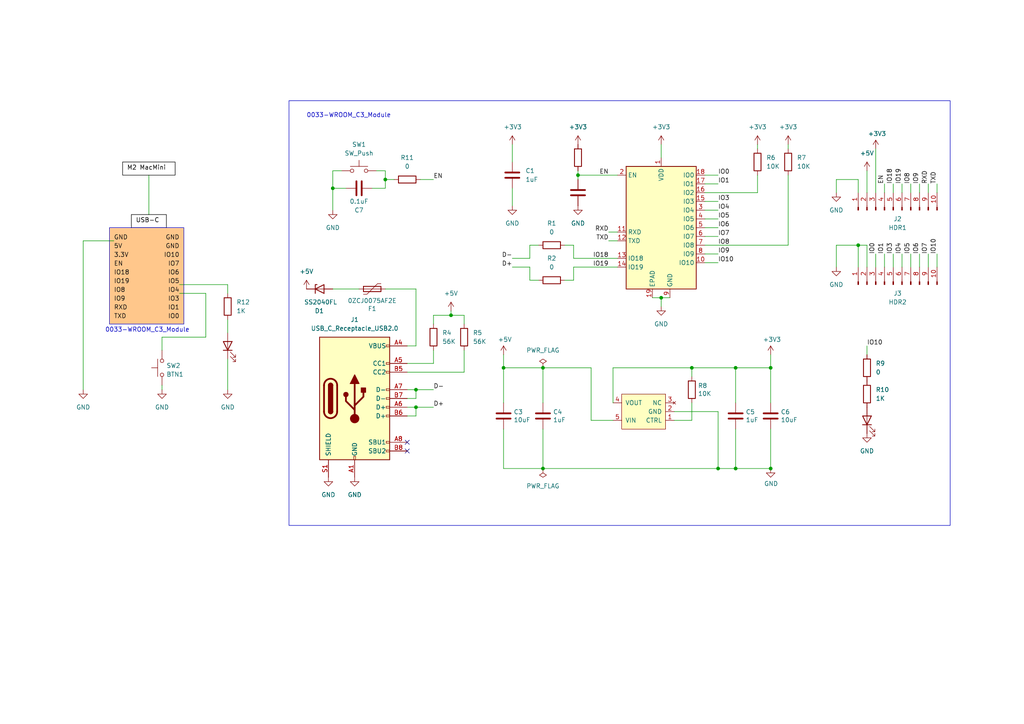
<source format=kicad_sch>
(kicad_sch (version 20230121) (generator eeschema)
  (paper "A4")
  (title_block (title "0033-WROOM_C3_Module BLE") (date "2023-09-12") (company "mamemo technologies"))
  (lib_symbols
    (symbol "Connector:Conn_01x10_Male" (pin_names (offset 1.016) hide)
      (property "Reference" "J" (at 0 12.7 0))
      (property "Value" "Conn_01x10_Male" (at 0 -15.24 0))
      (symbol "Conn_01x10_Male_1_1"
        (polyline (pts (xy 1.27 -12.7) (xy 0.8636 -12.7)) (stroke (width 0.1524)))
        (polyline (pts (xy 1.27 -10.16) (xy 0.8636 -10.16)) (stroke (width 0.1524)))
        (polyline (pts (xy 1.27 -7.62) (xy 0.8636 -7.62)) (stroke (width 0.1524)))
        (polyline (pts (xy 1.27 -5.08) (xy 0.8636 -5.08)) (stroke (width 0.1524)))
        (polyline (pts (xy 1.27 -2.54) (xy 0.8636 -2.54)) (stroke (width 0.1524)))
        (polyline (pts (xy 1.27 0) (xy 0.8636 0)) (stroke (width 0.1524)))
        (polyline (pts (xy 1.27 2.54) (xy 0.8636 2.54)) (stroke (width 0.1524)))
        (polyline (pts (xy 1.27 5.08) (xy 0.8636 5.08)) (stroke (width 0.1524)))
        (polyline (pts (xy 1.27 7.62) (xy 0.8636 7.62)) (stroke (width 0.1524)))
        (polyline (pts (xy 1.27 10.16) (xy 0.8636 10.16)) (stroke (width 0.1524)))
        (rectangle (start 0.8636 -12.573) (end 0 -12.827) (stroke (width 0.1524)) (fill (type outline)))
        (rectangle (start 0.8636 -10.033) (end 0 -10.287) (stroke (width 0.1524)) (fill (type outline)))
        (rectangle (start 0.8636 -7.493) (end 0 -7.747) (stroke (width 0.1524)) (fill (type outline)))
        (rectangle (start 0.8636 -4.953) (end 0 -5.207) (stroke (width 0.1524)) (fill (type outline)))
        (rectangle (start 0.8636 -2.413) (end 0 -2.667) (stroke (width 0.1524)) (fill (type outline)))
        (rectangle (start 0.8636 0.127) (end 0 -0.127) (stroke (width 0.1524)) (fill (type outline)))
        (rectangle (start 0.8636 2.667) (end 0 2.413) (stroke (width 0.1524)) (fill (type outline)))
        (rectangle (start 0.8636 5.207) (end 0 4.953) (stroke (width 0.1524)) (fill (type outline)))
        (rectangle (start 0.8636 7.747) (end 0 7.493) (stroke (width 0.1524)) (fill (type outline)))
        (rectangle (start 0.8636 10.287) (end 0 10.033) (stroke (width 0.1524)) (fill (type outline)))
        (pin passive line (at 5.08 10.16 180) (length 3.81) (name "Pin_1") (number "1"))
        (pin passive line (at 5.08 -12.7 180) (length 3.81) (name "Pin_10") (number "10"))
        (pin passive line (at 5.08 7.62 180) (length 3.81) (name "Pin_2") (number "2"))
        (pin passive line (at 5.08 5.08 180) (length 3.81) (name "Pin_3") (number "3"))
        (pin passive line (at 5.08 2.54 180) (length 3.81) (name "Pin_4") (number "4"))
        (pin passive line (at 5.08 0 180) (length 3.81) (name "Pin_5") (number "5"))
        (pin passive line (at 5.08 -2.54 180) (length 3.81) (name "Pin_6") (number "6"))
        (pin passive line (at 5.08 -5.08 180) (length 3.81) (name "Pin_7") (number "7"))
        (pin passive line (at 5.08 -7.62 180) (length 3.81) (name "Pin_8") (number "8"))
        (pin passive line (at 5.08 -10.16 180) (length 3.81) (name "Pin_9") (number "9"))
      )
    )
    (symbol "Connector:USB_C_Receptacle_USB2.0" (pin_names (offset 1.016))
      (property "Reference" "J" (at -10.16 19.05 0))
      (property "Value" "USB_C_Receptacle_USB2.0" (at 19.05 19.05 0))
      (symbol "USB_C_Receptacle_USB2.0_0_0"
        (rectangle (start -0.254 -17.78) (end 0.254 -16.764))
        (rectangle (start 10.16 -14.986) (end 9.144 -15.494))
        (rectangle (start 10.16 -12.446) (end 9.144 -12.954))
        (rectangle (start 10.16 -4.826) (end 9.144 -5.334))
        (rectangle (start 10.16 -2.286) (end 9.144 -2.794))
        (rectangle (start 10.16 0.254) (end 9.144 -0.254))
        (rectangle (start 10.16 2.794) (end 9.144 2.286))
        (rectangle (start 10.16 7.874) (end 9.144 7.366))
        (rectangle (start 10.16 10.414) (end 9.144 9.906))
        (rectangle (start 10.16 15.494) (end 9.144 14.986))
      )
      (symbol "USB_C_Receptacle_USB2.0_0_1"
        (rectangle (start -10.16 17.78) (end 10.16 -17.78) (stroke (width 0.254)) (fill (type background)))
        (arc (start -8.89 -3.81) (mid -6.985 -5.7067) (end -5.08 -3.81) (stroke (width 0.508)))
        (arc (start -7.62 -3.81) (mid -6.985 -4.4423) (end -6.35 -3.81) (stroke (width 0.254)))
        (arc (start -7.62 -3.81) (mid -6.985 -4.4423) (end -6.35 -3.81) (stroke (width 0.254)) (fill (type outline)))
        (rectangle (start -7.62 -3.81) (end -6.35 3.81) (stroke (width 0.254)) (fill (type outline)))
        (arc (start -6.35 3.81) (mid -6.985 4.4423) (end -7.62 3.81) (stroke (width 0.254)))
        (arc (start -6.35 3.81) (mid -6.985 4.4423) (end -7.62 3.81) (stroke (width 0.254)) (fill (type outline)))
        (arc (start -5.08 3.81) (mid -6.985 5.7067) (end -8.89 3.81) (stroke (width 0.508)))
        (circle (center -2.54 1.143) (radius 0.635) (stroke (width 0.254)) (fill (type outline)))
        (circle (center 0 -5.842) (radius 1.27) (fill (type outline)))
        (polyline (pts (xy -8.89 -3.81) (xy -8.89 3.81)) (stroke (width 0.508)))
        (polyline (pts (xy -5.08 3.81) (xy -5.08 -3.81)) (stroke (width 0.508)))
        (polyline (pts (xy 0 -5.842) (xy 0 4.318)) (stroke (width 0.508)))
        (polyline (pts (xy 0 -3.302) (xy -2.54 -0.762) (xy -2.54 0.508)) (stroke (width 0.508)))
        (polyline (pts (xy 0 -2.032) (xy 2.54 0.508) (xy 2.54 1.778)) (stroke (width 0.508)))
        (polyline (pts (xy -1.27 4.318) (xy 0 6.858) (xy 1.27 4.318) (xy -1.27 4.318)) (stroke (width 0.254)) (fill (type outline)))
        (rectangle (start 1.905 1.778) (end 3.175 3.048) (stroke (width 0.254)) (fill (type outline)))
      )
      (symbol "USB_C_Receptacle_USB2.0_1_1"
        (pin passive line (at 0 -22.86 90) (length 5.08) (name "GND") (number "A1"))
        (pin passive line (at 0 -22.86 90) (length 5.08) hide (name "GND") (number "A12"))
        (pin passive line (at 15.24 15.24 180) (length 5.08) (name "VBUS") (number "A4"))
        (pin bidirectional line (at 15.24 10.16 180) (length 5.08) (name "CC1") (number "A5"))
        (pin bidirectional line (at 15.24 -2.54 180) (length 5.08) (name "D+") (number "A6"))
        (pin bidirectional line (at 15.24 2.54 180) (length 5.08) (name "D-") (number "A7"))
        (pin bidirectional line (at 15.24 -12.7 180) (length 5.08) (name "SBU1") (number "A8"))
        (pin passive line (at 15.24 15.24 180) (length 5.08) hide (name "VBUS") (number "A9"))
        (pin passive line (at 0 -22.86 90) (length 5.08) hide (name "GND") (number "B1"))
        (pin passive line (at 0 -22.86 90) (length 5.08) hide (name "GND") (number "B12"))
        (pin passive line (at 15.24 15.24 180) (length 5.08) hide (name "VBUS") (number "B4"))
        (pin bidirectional line (at 15.24 7.62 180) (length 5.08) (name "CC2") (number "B5"))
        (pin bidirectional line (at 15.24 -5.08 180) (length 5.08) (name "D+") (number "B6"))
        (pin bidirectional line (at 15.24 0 180) (length 5.08) (name "D-") (number "B7"))
        (pin bidirectional line (at 15.24 -15.24 180) (length 5.08) (name "SBU2") (number "B8"))
        (pin passive line (at 15.24 15.24 180) (length 5.08) hide (name "VBUS") (number "B9"))
        (pin passive line (at -7.62 -22.86 90) (length 5.08) (name "SHIELD") (number "S1"))
      )
    )
    (symbol "Device:C" (pin_numbers hide) (pin_names (offset 0.254))
      (property "Reference" "C" (at 0.635 2.54 0))
      (property "Value" "C" (at 0.635 -2.54 0))
      (symbol "C_0_1"
        (polyline (pts (xy -2.032 -0.762) (xy 2.032 -0.762)) (stroke (width 0.508)))
        (polyline (pts (xy -2.032 0.762) (xy 2.032 0.762)) (stroke (width 0.508)))
      )
      (symbol "C_1_1"
        (pin passive line (at 0 3.81 270) (length 2.794) (name "~") (number "1"))
        (pin passive line (at 0 -3.81 90) (length 2.794) (name "~") (number "2"))
      )
    )
    (symbol "Device:D_Zener" (pin_numbers hide) (pin_names (offset 1.016) hide)
      (property "Reference" "D" (at 0 2.54 0))
      (property "Value" "D_Zener" (at 0 -2.54 0))
      (symbol "D_Zener_0_1"
        (polyline (pts (xy 1.27 0) (xy -1.27 0)))
        (polyline (pts (xy -1.27 -1.27) (xy -1.27 1.27) (xy -0.762 1.27)) (stroke (width 0.254)))
        (polyline (pts (xy 1.27 -1.27) (xy 1.27 1.27) (xy -1.27 0) (xy 1.27 -1.27)) (stroke (width 0.254)))
      )
      (symbol "D_Zener_1_1"
        (pin passive line (at -3.81 0 0) (length 2.54) (name "K") (number "1"))
        (pin passive line (at 3.81 0 180) (length 2.54) (name "A") (number "2"))
      )
    )
    (symbol "Device:LED" (pin_numbers hide) (pin_names (offset 1.016) hide)
      (property "Reference" "D" (at 0 2.54 0))
      (property "Value" "LED" (at 0 -2.54 0))
      (symbol "LED_0_1"
        (polyline (pts (xy -1.27 -1.27) (xy -1.27 1.27)) (stroke (width 0.254)))
        (polyline (pts (xy -1.27 0) (xy 1.27 0)))
        (polyline (pts (xy 1.27 -1.27) (xy 1.27 1.27) (xy -1.27 0) (xy 1.27 -1.27)) (stroke (width 0.254)))
        (polyline (pts (xy -3.048 -0.762) (xy -4.572 -2.286) (xy -3.81 -2.286) (xy -4.572 -2.286) (xy -4.572 -1.524)))
        (polyline (pts (xy -1.778 -0.762) (xy -3.302 -2.286) (xy -2.54 -2.286) (xy -3.302 -2.286) (xy -3.302 -1.524)))
      )
      (symbol "LED_1_1"
        (pin passive line (at -3.81 0 0) (length 2.54) (name "K") (number "1"))
        (pin passive line (at 3.81 0 180) (length 2.54) (name "A") (number "2"))
      )
    )
    (symbol "Device:Polyfuse" (pin_numbers hide) (pin_names (offset 0))
      (property "Reference" "F" (at -2.54 0 90))
      (property "Value" "Polyfuse" (at 2.54 0 90))
      (symbol "Polyfuse_0_1"
        (rectangle (start -0.762 2.54) (end 0.762 -2.54) (stroke (width 0.254)))
        (polyline (pts (xy 0 2.54) (xy 0 -2.54)))
        (polyline (pts (xy -1.524 2.54) (xy -1.524 1.524) (xy 1.524 -1.524) (xy 1.524 -2.54)))
      )
      (symbol "Polyfuse_1_1"
        (pin passive line (at 0 3.81 270) (length 1.27) (name "~") (number "1"))
        (pin passive line (at 0 -3.81 90) (length 1.27) (name "~") (number "2"))
      )
    )
    (symbol "Device:R" (pin_numbers hide) (pin_names (offset 0))
      (property "Reference" "R" (at 2.032 0 90))
      (property "Value" "R" (at 0 0 90))
      (symbol "R_0_1"
        (rectangle (start -1.016 -2.54) (end 1.016 2.54) (stroke (width 0.254)))
      )
      (symbol "R_1_1"
        (pin passive line (at 0 3.81 270) (length 1.27) (name "~") (number "1"))
        (pin passive line (at 0 -3.81 90) (length 1.27) (name "~") (number "2"))
      )
    )
    (symbol "Switch:SW_Push" (pin_numbers hide) (pin_names (offset 1.016) hide)
      (property "Reference" "SW" (at 1.27 2.54 0))
      (property "Value" "SW_Push" (at 0 -1.524 0))
      (symbol "SW_Push_0_1"
        (circle (center -2.032 0) (radius 0.508))
        (polyline (pts (xy 0 1.27) (xy 0 3.048)))
        (polyline (pts (xy 2.54 1.27) (xy -2.54 1.27)))
        (circle (center 2.032 0) (radius 0.508))
        (pin passive line (at -5.08 0 0) (length 2.54) (name "1") (number "1"))
        (pin passive line (at 5.08 0 180) (length 2.54) (name "2") (number "2"))
      )
    )
    (symbol "mamemomonga:ESP32-C3-WROOM-02"
      (property "Reference" "U" (at -7.62 13.97 0))
      (property "Value" "ESP32-C3-WROOM-02" (at 12.7 13.97 0))
      (symbol "ESP32-C3-WROOM-02_0_1"
        (rectangle (start -10.16 12.7) (end 10.16 -22.86) (stroke (width 0.254)) (fill (type background)))
      )
      (symbol "ESP32-C3-WROOM-02_1_1"
        (pin power_in line (at 0 15.24 270) (length 2.54) (name "VDD") (number "1"))
        (pin bidirectional line (at 12.7 -15.24 180) (length 2.54) (name "IO10") (number "10"))
        (pin bidirectional line (at -12.7 -6.35 0) (length 2.54) (name "RXD") (number "11"))
        (pin bidirectional line (at -12.7 -8.89 0) (length 2.54) (name "TXD") (number "12"))
        (pin bidirectional line (at -12.7 -13.97 0) (length 2.54) (name "IO18") (number "13"))
        (pin bidirectional line (at -12.7 -16.51 0) (length 2.54) (name "IO19") (number "14"))
        (pin bidirectional line (at 12.7 2.54 180) (length 2.54) (name "IO3") (number "15"))
        (pin bidirectional line (at 12.7 5.08 180) (length 2.54) (name "IO2") (number "16"))
        (pin bidirectional line (at 12.7 7.62 180) (length 2.54) (name "IO1") (number "17"))
        (pin bidirectional line (at 12.7 10.16 180) (length 2.54) (name "IO0") (number "18"))
        (pin power_in line (at -2.54 -25.4 90) (length 2.54) (name "EPAD") (number "19"))
        (pin input line (at -12.7 10.16 0) (length 2.54) (name "EN") (number "2"))
        (pin bidirectional line (at 12.7 0 180) (length 2.54) (name "IO4") (number "3"))
        (pin bidirectional line (at 12.7 -2.54 180) (length 2.54) (name "IO5") (number "4"))
        (pin bidirectional line (at 12.7 -5.08 180) (length 2.54) (name "IO6") (number "5"))
        (pin bidirectional line (at 12.7 -7.62 180) (length 2.54) (name "IO7") (number "6"))
        (pin bidirectional line (at 12.7 -10.16 180) (length 2.54) (name "IO8") (number "7"))
        (pin bidirectional line (at 12.7 -12.7 180) (length 2.54) (name "IO9") (number "8"))
        (pin power_in line (at 2.54 -25.4 90) (length 2.54) (name "GND") (number "9"))
      )
    )
    (symbol "mamemomonga:NJM2884" (pin_names (offset 1.016))
      (property "Reference" "U" (at 0 6.35 0))
      (property "Value" "NJM2884" (at 0 -7.62 0))
      (symbol "NJM2884_0_1"
        (rectangle (start -6.35 5.08) (end 6.35 -5.08) (fill (type background)))
      )
      (symbol "NJM2884_1_1"
        (pin input line (at -8.89 2.54 0) (length 2.54) (name "CTRL") (number "1"))
        (pin power_in line (at -8.89 0 0) (length 2.54) (name "GND") (number "2"))
        (pin no_connect line (at -8.89 -2.54 0) (length 2.54) (name "NC") (number "3"))
        (pin power_out line (at 8.89 -2.54 180) (length 2.54) (name "VOUT") (number "4"))
        (pin power_in line (at 8.89 2.54 180) (length 2.54) (name "VIN") (number "5"))
      )
    )
    (symbol "power:+3V3" (power) (pin_names (offset 0))
      (property "Value" "+3V3" (at 0 3.556 0))
      (symbol "+3V3_0_1"
        (polyline (pts (xy -0.762 1.27) (xy 0 2.54)))
        (polyline (pts (xy 0 0) (xy 0 2.54)))
        (polyline (pts (xy 0 2.54) (xy 0.762 1.27)))
      )
      (symbol "+3V3_1_1"
        (pin power_in line (at 0 0 90) (length 0) hide (name "+3V3") (number "1"))
      )
    )
    (symbol "power:+5V" (power) (pin_names (offset 0))
      (property "Value" "+5V" (at 0 3.556 0))
      (symbol "+5V_0_1"
        (polyline (pts (xy -0.762 1.27) (xy 0 2.54)))
        (polyline (pts (xy 0 0) (xy 0 2.54)))
        (polyline (pts (xy 0 2.54) (xy 0.762 1.27)))
      )
      (symbol "+5V_1_1"
        (pin power_in line (at 0 0 90) (length 0) hide (name "+5V") (number "1"))
      )
    )
    (symbol "power:GND" (power) (pin_names (offset 0))
      (property "Value" "GND" (at 0 -3.81 0))
      (symbol "GND_0_1"
        (polyline (pts (xy 0 0) (xy 0 -1.27) (xy 1.27 -1.27) (xy 0 -2.54) (xy -1.27 -1.27) (xy 0 -1.27)))
      )
      (symbol "GND_1_1"
        (pin power_in line (at 0 0 270) (length 0) hide (name "GND") (number "1"))
      )
    )
    (symbol "power:PWR_FLAG" (power) (pin_numbers hide) (pin_names (offset 0) hide)
      (property "Value" "PWR_FLAG" (at 0 3.81 0))
      (symbol "PWR_FLAG_0_0"
        (pin power_out line (at 0 0 90) (length 0) (name "pwr") (number "1"))
      )
      (symbol "PWR_FLAG_0_1"
        (polyline (pts (xy 0 0) (xy 0 1.27) (xy -1.016 1.905) (xy 0 2.54) (xy 1.016 1.905) (xy 0 1.27)))
      )
    )
  )
  (junction (at 157.48 106.68))
  (junction (at 111.76 52.07))
  (junction (at 223.52 106.68))
  (junction (at 248.92 71.12))
  (junction (at 130.81 91.44))
  (junction (at 213.36 106.68))
  (junction (at 208.28 135.89))
  (junction (at 157.48 135.89))
  (junction (at 223.52 135.89))
  (junction (at 167.64 50.8))
  (junction (at 146.05 106.68))
  (junction (at 120.65 113.03))
  (junction (at 120.65 118.11))
  (junction (at 96.52 54.61))
  (junction (at 213.36 135.89))
  (junction (at 191.77 86.36))
  (junction (at 200.66 106.68))
  (no_connect (at 118.11 130.81))
  (no_connect (at 118.11 128.27))
  (wire (pts (xy 146.05 102.87) (xy 146.05 106.68)))
  (wire (pts (xy 261.62 53.34) (xy 261.62 55.88)))
  (wire (pts (xy 111.76 54.61) (xy 107.95 54.61)))
  (wire (pts (xy 271.78 53.34) (xy 271.78 55.88)))
  (wire (pts (xy 176.53 69.85) (xy 179.07 69.85)))
  (wire (pts (xy 256.54 53.34) (xy 256.54 55.88)))
  (wire (pts (xy 46.99 111.76) (xy 46.99 113.03)))
  (wire (pts (xy 251.46 71.12) (xy 248.92 71.12)))
  (wire (pts (xy 109.22 49.53) (xy 111.76 49.53)))
  (wire (pts (xy 219.71 41.91) (xy 219.71 43.18)))
  (wire (pts (xy 111.76 52.07) (xy 114.3 52.07)))
  (wire (pts (xy 118.11 115.57) (xy 120.65 115.57)))
  (wire (pts (xy 213.36 106.68) (xy 213.36 116.84)))
  (wire (pts (xy 269.24 77.47) (xy 269.24 73.66)))
  (wire (pts (xy 251.46 49.53) (xy 251.46 55.88)))
  (wire (pts (xy 204.47 55.88) (xy 219.71 55.88)))
  (wire (pts (xy 248.92 71.12) (xy 248.92 77.47)))
  (wire (pts (xy 157.48 106.68) (xy 146.05 106.68)))
  (wire (pts (xy 177.8 121.92) (xy 171.45 121.92)))
  (wire (pts (xy 208.28 66.04) (xy 204.47 66.04)))
  (wire (pts (xy 125.73 113.03) (xy 120.65 113.03)))
  (wire (pts (xy 171.45 106.68) (xy 157.48 106.68)))
  (wire (pts (xy 59.69 97.79) (xy 46.99 97.79)))
  (wire (pts (xy 248.92 52.07) (xy 248.92 55.88)))
  (wire (pts (xy 177.8 116.84) (xy 177.8 106.68)))
  (wire (pts (xy 118.11 120.65) (xy 120.65 120.65)))
  (wire (pts (xy 242.57 55.88) (xy 242.57 52.07)))
  (wire (pts (xy 125.73 52.07) (xy 121.92 52.07)))
  (wire (pts (xy 271.78 77.47) (xy 271.78 73.66)))
  (wire (pts (xy 171.45 121.92) (xy 171.45 106.68)))
  (wire (pts (xy 195.58 121.92) (xy 200.66 121.92)))
  (wire (pts (xy 176.53 67.31) (xy 179.07 67.31)))
  (wire (pts (xy 130.81 91.44) (xy 125.73 91.44)))
  (wire (pts (xy 248.92 71.12) (xy 242.57 71.12)))
  (wire (pts (xy 208.28 68.58) (xy 204.47 68.58)))
  (wire (pts (xy 166.37 74.93) (xy 166.37 71.12)))
  (wire (pts (xy 213.36 124.46) (xy 213.36 135.89)))
  (wire (pts (xy 52.07 82.55) (xy 66.04 82.55)))
  (wire (pts (xy 157.48 135.89) (xy 208.28 135.89)))
  (wire (pts (xy 24.13 69.85) (xy 24.13 113.03)))
  (wire (pts (xy 200.66 121.92) (xy 200.66 116.84)))
  (wire (pts (xy 120.65 120.65) (xy 120.65 118.11)))
  (wire (pts (xy 191.77 86.36) (xy 191.77 88.9)))
  (wire (pts (xy 148.59 41.91) (xy 148.59 46.99)))
  (wire (pts (xy 96.52 83.82) (xy 104.14 83.82)))
  (wire (pts (xy 59.69 85.09) (xy 59.69 97.79)))
  (wire (pts (xy 125.73 91.44) (xy 125.73 93.98)))
  (wire (pts (xy 191.77 86.36) (xy 194.31 86.36)))
  (wire (pts (xy 200.66 106.68) (xy 200.66 109.22)))
  (wire (pts (xy 208.28 58.42) (xy 204.47 58.42)))
  (wire (pts (xy 189.23 86.36) (xy 191.77 86.36)))
  (wire (pts (xy 166.37 77.47) (xy 179.07 77.47)))
  (wire (pts (xy 111.76 83.82) (xy 120.65 83.82)))
  (wire (pts (xy 120.65 113.03) (xy 118.11 113.03)))
  (wire (pts (xy 166.37 71.12) (xy 163.83 71.12)))
  (wire (pts (xy 157.48 106.68) (xy 157.48 116.84)))
  (wire (pts (xy 251.46 77.47) (xy 251.46 71.12)))
  (wire (pts (xy 208.28 53.34) (xy 204.47 53.34)))
  (wire (pts (xy 120.65 118.11) (xy 118.11 118.11)))
  (wire (pts (xy 223.52 106.68) (xy 223.52 116.84)))
  (wire (pts (xy 96.52 49.53) (xy 99.06 49.53)))
  (wire (pts (xy 96.52 54.61) (xy 96.52 49.53)))
  (wire (pts (xy 266.7 77.47) (xy 266.7 73.66)))
  (wire (pts (xy 242.57 52.07) (xy 248.92 52.07)))
  (wire (pts (xy 134.62 101.6) (xy 134.62 107.95)))
  (wire (pts (xy 120.65 100.33) (xy 118.11 100.33)))
  (wire (pts (xy 213.36 106.68) (xy 223.52 106.68)))
  (wire (pts (xy 242.57 71.12) (xy 242.57 77.47)))
  (wire (pts (xy 167.64 50.8) (xy 167.64 49.53)))
  (wire (pts (xy 118.11 107.95) (xy 134.62 107.95)))
  (wire (pts (xy 261.62 77.47) (xy 261.62 73.66)))
  (wire (pts (xy 208.28 60.96) (xy 204.47 60.96)))
  (wire (pts (xy 264.16 53.34) (xy 264.16 55.88)))
  (wire (pts (xy 153.67 71.12) (xy 156.21 71.12)))
  (wire (pts (xy 125.73 101.6) (xy 125.73 105.41)))
  (wire (pts (xy 177.8 106.68) (xy 200.66 106.68)))
  (wire (pts (xy 166.37 74.93) (xy 179.07 74.93)))
  (wire (pts (xy 167.64 52.07) (xy 167.64 50.8)))
  (wire (pts (xy 153.67 81.28) (xy 156.21 81.28)))
  (wire (pts (xy 166.37 81.28) (xy 163.83 81.28)))
  (wire (pts (xy 208.28 50.8) (xy 204.47 50.8)))
  (wire (pts (xy 264.16 77.47) (xy 264.16 73.66)))
  (wire (pts (xy 191.77 41.91) (xy 191.77 45.72)))
  (wire (pts (xy 125.73 118.11) (xy 120.65 118.11)))
  (wire (pts (xy 167.64 50.8) (xy 179.07 50.8)))
  (wire (pts (xy 219.71 55.88) (xy 219.71 50.8)))
  (wire (pts (xy 269.24 53.34) (xy 269.24 55.88)))
  (wire (pts (xy 228.6 50.8) (xy 228.6 71.12)))
  (wire (pts (xy 259.08 77.47) (xy 259.08 73.66)))
  (wire (pts (xy 208.28 73.66) (xy 204.47 73.66)))
  (wire (pts (xy 120.65 83.82) (xy 120.65 100.33)))
  (wire (pts (xy 148.59 74.93) (xy 153.67 74.93)))
  (wire (pts (xy 251.46 100.33) (xy 251.46 102.87)))
  (wire (pts (xy 66.04 96.52) (xy 66.04 92.71)))
  (wire (pts (xy 254 77.47) (xy 254 73.66)))
  (wire (pts (xy 266.7 53.34) (xy 266.7 55.88)))
  (wire (pts (xy 195.58 119.38) (xy 208.28 119.38)))
  (wire (pts (xy 134.62 91.44) (xy 130.81 91.44)))
  (wire (pts (xy 254 43.18) (xy 254 55.88)))
  (wire (pts (xy 153.67 77.47) (xy 153.67 81.28)))
  (wire (pts (xy 146.05 106.68) (xy 146.05 116.84)))
  (wire (pts (xy 100.33 54.61) (xy 96.52 54.61)))
  (wire (pts (xy 118.11 105.41) (xy 125.73 105.41)))
  (wire (pts (xy 223.52 102.87) (xy 223.52 106.68)))
  (wire (pts (xy 200.66 106.68) (xy 213.36 106.68)))
  (wire (pts (xy 208.28 119.38) (xy 208.28 135.89)))
  (wire (pts (xy 223.52 135.89) (xy 223.52 124.46)))
  (wire (pts (xy 256.54 77.47) (xy 256.54 73.66)))
  (wire (pts (xy 96.52 54.61) (xy 96.52 60.96)))
  (wire (pts (xy 130.81 90.17) (xy 130.81 91.44)))
  (wire (pts (xy 259.08 53.34) (xy 259.08 55.88)))
  (wire (pts (xy 166.37 77.47) (xy 166.37 81.28)))
  (wire (pts (xy 228.6 41.91) (xy 228.6 43.18)))
  (wire (pts (xy 46.99 97.79) (xy 46.99 101.6)))
  (wire (pts (xy 208.28 63.5) (xy 204.47 63.5)))
  (wire (pts (xy 208.28 76.2) (xy 204.47 76.2)))
  (wire (pts (xy 111.76 52.07) (xy 111.76 54.61)))
  (wire (pts (xy 213.36 135.89) (xy 223.52 135.89)))
  (wire (pts (xy 146.05 135.89) (xy 157.48 135.89)))
  (wire (pts (xy 208.28 135.89) (xy 213.36 135.89)))
  (wire (pts (xy 66.04 82.55) (xy 66.04 85.09)))
  (wire (pts (xy 24.13 69.85) (xy 33.02 69.85)))
  (wire (pts (xy 148.59 77.47) (xy 153.67 77.47)))
  (wire (pts (xy 148.59 54.61) (xy 148.59 59.69)))
  (wire (pts (xy 43.18 50.8) (xy 43.18 62.23)))
  (wire (pts (xy 146.05 124.46) (xy 146.05 135.89)))
  (wire (pts (xy 52.07 85.09) (xy 59.69 85.09)))
  (wire (pts (xy 157.48 124.46) (xy 157.48 135.89)))
  (wire (pts (xy 111.76 49.53) (xy 111.76 52.07)))
  (wire (pts (xy 66.04 104.14) (xy 66.04 113.03)))
  (wire (pts (xy 134.62 93.98) (xy 134.62 91.44)))
  (wire (pts (xy 120.65 115.57) (xy 120.65 113.03)))
  (wire (pts (xy 153.67 74.93) (xy 153.67 71.12)))
  (wire (pts (xy 204.47 71.12) (xy 228.6 71.12)))
  (rectangle (start 38.1 62.23) (end 48.26 66.04) (stroke (width 0) (color 0 0 0 1)))
  (rectangle (start 35.56 46.99) (end 50.8 50.8) (stroke (width 0) (color 0 0 0 1)))
  (rectangle (start 83.82 29.21) (end 275.59 152.4))
  (rectangle (start 31.75 66.04) (end 53.34 93.98) (fill (type color) (color 255 199 139 1)))
  (text "USB-C" (at 39.37 64.77 0) (effects (font (size 1.27 1.27)) (justify left bottom)))
  (text "0033-WROOM_C3_Module" (at 88.9 34.29 0) (effects (font (size 1.27 1.27)) (justify left bottom)))
  (text "M2 MacMini" (at 36.83 49.53 0) (effects (font (size 1.27 1.27)) (justify left bottom)))
  (text "0033-WROOM_C3_Module" (at 30.48 96.52 0) (effects (font (size 1.27 1.27)) (justify left bottom)))
  (label "IO7" (at 269.24 73.66 90))
  (label "IO0" (at 208.28 50.8 0))
  (label "IO18" (at 176.53 74.93 180))
  (label "IO5" (at 264.16 73.66 90))
  (label "5V" (at 33.02 72.39 0))
  (label "IO9" (at 33.02 87.63 0))
  (label "EN" (at 256.54 53.34 90))
  (label "IO7" (at 52.07 77.47 180))
  (label "GND" (at 52.07 69.85 180))
  (label "GND" (at 52.07 72.39 180))
  (label "IO3" (at 259.08 73.66 90))
  (label "EN" (at 176.53 50.8 180))
  (label "IO10" (at 208.28 76.2 0))
  (label "D-" (at 148.59 74.93 180))
  (label "IO4" (at 208.28 60.96 0))
  (label "IO3" (at 208.28 58.42 0))
  (label "RXD" (at 176.53 67.31 180))
  (label "D+" (at 148.59 77.47 180))
  (label "IO18" (at 33.02 80.01 0))
  (label "IO8" (at 208.28 71.12 0))
  (label "IO0" (at 254 73.66 90))
  (label "IO4" (at 261.62 73.66 90))
  (label "IO10" (at 251.46 100.33 0))
  (label "IO6" (at 52.07 80.01 180))
  (label "IO7" (at 208.28 68.58 0))
  (label "GND" (at 33.02 69.85 0))
  (label "IO19" (at 261.62 53.34 90))
  (label "IO1" (at 208.28 53.34 0))
  (label "IO1" (at 256.54 73.66 90))
  (label "RXD" (at 33.02 90.17 0))
  (label "IO19" (at 33.02 82.55 0))
  (label "3.3V" (at 33.02 74.93 0))
  (label "TXD" (at 176.53 69.85 180))
  (label "D+" (at 125.73 118.11 0))
  (label "IO5" (at 208.28 63.5 0))
  (label "TXD" (at 271.78 53.34 90))
  (label "IO8" (at 264.16 53.34 90))
  (label "IO6" (at 208.28 66.04 0))
  (label "IO10" (at 52.07 74.93 180))
  (label "IO9" (at 208.28 73.66 0))
  (label "IO8" (at 33.02 85.09 0))
  (label "IO3" (at 52.07 87.63 180))
  (label "IO18" (at 259.08 53.34 90))
  (label "TXD" (at 33.02 92.71 0))
  (label "IO19" (at 176.53 77.47 180))
  (label "IO1" (at 52.07 90.17 180))
  (label "EN" (at 33.02 77.47 0))
  (label "IO5" (at 52.07 82.55 180))
  (label "EN" (at 125.73 52.07 0))
  (label "D-" (at 125.73 113.03 0))
  (label "IO9" (at 266.7 53.34 90))
  (label "IO0" (at 52.07 92.71 180))
  (label "RXD" (at 269.24 53.34 90))
  (label "IO6" (at 266.7 73.66 90))
  (label "IO4" (at 52.07 85.09 180))
  (label "IO10" (at 271.78 73.66 90))
  (symbol (lib_id "power:GND") (at 223.52 135.89 0) (unit 1)
    (property "Reference" "#PWR019" (effects hide))
    (property "Value" "GND" (at 223.647 140.2842 0))
  )
  (symbol (lib_id "Switch:SW_Push") (at 46.99 106.68 90) (unit 1)
    (property "Reference" "SW2" (at 48.26 106.045 90) (effects (justify right)))
    (property "Value" "BTN1" (at 48.26 108.585 90) (effects (justify right)))
  )
  (symbol (lib_id "mamemomonga:ESP32-C3-WROOM-02") (at 191.77 60.96 0) (unit 1)
    (property "Reference" "U1" (at 194.31 40.64 0) (effects (justify left)))
    (property "Value" "ESP32-C3-WROOM-02" (at 194.31 43.18 0) (effects (justify left)))
    (property "Footprint" "RF_Module:ESP-WROOM-02" (effects hide))
    (property "Footprint" "RF_Module:ESP-WROOM-02" (effects hide))
    (property "Reference" "U1" (effects hide))
    (property "Value" "ESP32-C3-WROOM-02" (effects hide))
  )
  (symbol (lib_id "Device:C") (at 104.14 54.61 90) (unit 1)
    (property "Reference" "C7" (at 104.14 60.96 90))
    (property "Value" "0.1uF" (at 104.14 58.42 90))
    (property "Footprint" "Capacitor_SMD:C_0603_1608Metric_Pad1.08x0.95mm_HandSolder" (effects hide))
  )
  (symbol (lib_id "power:GND") (at 46.99 113.03 0) (unit 1)
    (property "Reference" "#PWR024" (effects hide))
    (property "Value" "GND" (at 46.99 118.11 0))
  )
  (symbol (lib_id "power:+3V3") (at 191.77 41.91 0) (unit 1)
    (property "Reference" "#PWR09" (effects hide))
    (property "Value" "+3V3" (at 191.77 36.83 0))
  )
  (symbol (lib_id "power:GND") (at 24.13 113.03 0) (unit 1)
    (property "Reference" "#PWR023" (effects hide))
    (property "Value" "GND" (at 24.13 118.11 0))
  )
  (symbol (lib_id "power:GND") (at 242.57 55.88 0) (unit 1)
    (property "Reference" "#PWR014" (effects hide))
    (property "Value" "GND" (at 242.57 60.96 0))
  )
  (symbol (lib_id "Device:R") (at 118.11 52.07 90) (unit 1)
    (property "Reference" "R11" (at 118.11 45.72 90))
    (property "Value" "0" (at 118.11 48.26 90))
    (property "Footprint" "Resistor_SMD:R_0603_1608Metric_Pad0.98x0.95mm_HandSolder" (effects hide))
  )
  (symbol (lib_id "power:GND") (at 251.46 125.73 0) (unit 1)
    (property "Reference" "#PWR020" (effects hide))
    (property "Value" "GND" (at 251.46 130.81 0))
  )
  (symbol (lib_id "Device:C") (at 157.48 120.65 0) (unit 1)
    (property "Reference" "C4" (at 160.401 119.4816 0) (effects (justify left)))
    (property "Value" "1uF" (at 160.401 121.793 0) (effects (justify left)))
    (property "Footprint" "Capacitor_SMD:C_0603_1608Metric_Pad1.08x0.95mm_HandSolder" (effects hide))
  )
  (symbol (lib_id "power:GND") (at 102.87 138.43 0) (unit 1)
    (property "Reference" "#PWR05" (effects hide))
    (property "Value" "GND" (at 102.87 143.51 0))
  )
  (symbol (lib_id "power:PWR_FLAG") (at 157.48 106.68 0) (unit 1)
    (property "Reference" "#FLG01" (effects hide))
    (property "Value" "PWR_FLAG" (at 157.48 101.6 0))
  )
  (symbol (lib_id "power:GND") (at 66.04 113.03 0) (unit 1)
    (property "Reference" "#PWR022" (effects hide))
    (property "Value" "GND" (at 66.04 118.11 0))
  )
  (symbol (lib_id "Device:R") (at 160.02 71.12 90) (unit 1)
    (property "Reference" "R1" (at 160.02 64.77 90))
    (property "Value" "0" (at 160.02 67.31 90))
    (property "Footprint" "Resistor_SMD:R_0603_1608Metric_Pad0.98x0.95mm_HandSolder" (effects hide))
  )
  (symbol (lib_id "power:+3V3") (at 167.64 41.91 0) (unit 1)
    (property "Reference" "#PWR06" (effects hide))
    (property "Value" "+3V3" (at 167.64 36.83 0))
  )
  (symbol (lib_id "Device:R") (at 228.6 46.99 0) (unit 1)
    (property "Reference" "R7" (at 231.14 45.7199 0) (effects (justify left)))
    (property "Value" "10K" (at 231.14 48.2599 0) (effects (justify left)))
    (property "Footprint" "Resistor_SMD:R_0603_1608Metric_Pad0.98x0.95mm_HandSolder" (effects hide))
  )
  (symbol (lib_id "Device:C") (at 213.36 120.65 0) (unit 1)
    (property "Reference" "C5" (at 216.281 119.4816 0) (effects (justify left)))
    (property "Value" "1uF" (at 216.281 121.793 0) (effects (justify left)))
    (property "Footprint" "Capacitor_SMD:C_0603_1608Metric_Pad1.08x0.95mm_HandSolder" (effects hide))
  )
  (symbol (lib_id "Device:R") (at 219.71 46.99 0) (unit 1)
    (property "Reference" "R6" (at 222.25 45.7199 0) (effects (justify left)))
    (property "Value" "10K" (at 222.25 48.2599 0) (effects (justify left)))
    (property "Footprint" "Resistor_SMD:R_0603_1608Metric_Pad0.98x0.95mm_HandSolder" (effects hide))
  )
  (symbol (lib_id "Connector:Conn_01x10_Male") (at 259.08 60.96 90) (unit 1)
    (property "Reference" "J2" (at 260.35 63.5 90))
    (property "Value" "HDR1" (at 260.35 66.04 90))
    (property "Footprint" "Connector_PinHeader_2.54mm:PinHeader_1x10_P2.54mm_Vertical" (effects hide))
  )
  (symbol (lib_id "Device:LED") (at 251.46 121.92 90) (unit 1)
    (property "Reference" "D2" (at 255.27 122.2374 90) (effects (justify right)))
    (property "Value" "LED" (at 255.27 124.7774 90) (effects (justify right)))
    (property "Footprint" "LED_SMD:LED_0603_1608Metric_Pad1.05x0.95mm_HandSolder" (effects hide))
    (property "Footprint" "LED_SMD:LED_0603_1608Metric_Pad1.05x0.95mm_HandSolder" (effects hide))
    (property "Reference" "D2" (effects hide))
    (property "Value" "LED" (effects hide))
  )
  (symbol (lib_id "Device:LED") (at 66.04 100.33 90) (unit 1)
    (property "Reference" "D3" (at 69.85 100.6474 90) (effects (justify right)))
    (property "Value" "LED1" (at 69.85 103.1874 90) (effects (justify right)))
    (property "Footprint" "LED_SMD:LED_0603_1608Metric_Pad1.05x0.95mm_HandSolder" (effects hide))
    (property "Footprint" "LED_SMD:LED_0603_1608Metric_Pad1.05x0.95mm_HandSolder" (effects hide))
    (property "Reference" "D3" (effects hide))
    (property "Value" "LED" (effects hide))
  )
  (symbol (lib_id "Device:Polyfuse") (at 107.95 83.82 90) (unit 1)
    (property "Reference" "F1" (at 107.95 89.535 90))
    (property "Value" "0ZCJ0075AF2E" (at 107.95 87.2236 90))
    (property "Footprint" "mamemomonga:Bel-0ZCJ" (effects hide))
  )
  (symbol (lib_id "Device:R") (at 66.04 88.9 0) (unit 1)
    (property "Reference" "R12" (at 68.58 87.6299 0) (effects (justify left)))
    (property "Value" "1K" (at 68.58 90.1699 0) (effects (justify left)))
    (property "Footprint" "Resistor_SMD:R_0603_1608Metric_Pad0.98x0.95mm_HandSolder" (effects hide))
  )
  (symbol (lib_id "power:+5V") (at 88.9 83.82 0) (unit 1)
    (property "Reference" "#PWR01" (effects hide))
    (property "Value" "+5V" (at 88.9 78.74 0))
  )
  (symbol (lib_id "power:+3V3") (at 228.6 41.91 0) (unit 1)
    (property "Reference" "#PWR013" (effects hide))
    (property "Value" "+3V3" (at 228.6 36.83 0))
  )
  (symbol (lib_id "power:+3V3") (at 223.52 102.87 0) (unit 1)
    (property "Reference" "#PWR018" (effects hide))
    (property "Value" "+3V3" (at 223.901 98.4758 0))
  )
  (symbol (lib_id "Device:C") (at 167.64 55.88 0) (unit 1)
    (property "Reference" "C2" (at 171.45 54.6099 0) (effects (justify left)))
    (property "Value" "1uF" (at 171.45 57.1499 0) (effects (justify left)))
    (property "Footprint" "Capacitor_SMD:C_0603_1608Metric_Pad1.08x0.95mm_HandSolder" (effects hide))
    (property "Footprint" "Capacitor_SMD:C_0603_1608Metric_Pad1.08x0.95mm_HandSolder" (effects hide))
    (property "Reference" "C2" (effects hide))
    (property "Value" "1uF" (effects hide))
  )
  (symbol (lib_id "Device:R") (at 251.46 106.68 0) (unit 1)
    (property "Reference" "R9" (at 254 105.4099 0) (effects (justify left)))
    (property "Value" "0" (at 254 107.9499 0) (effects (justify left)))
    (property "Footprint" "Resistor_SMD:R_0603_1608Metric_Pad0.98x0.95mm_HandSolder" (effects hide))
  )
  (symbol (lib_id "power:GND") (at 191.77 88.9 0) (unit 1)
    (property "Reference" "#PWR010" (effects hide))
    (property "Value" "GND" (at 191.77 93.98 0))
  )
  (symbol (lib_id "power:+3V3") (at 148.59 41.91 0) (mirror y) (unit 1)
    (property "Reference" "#PWR02" (effects hide))
    (property "Value" "+3V3" (at 146.05 36.83 0) (effects (justify right)))
  )
  (symbol (lib_id "Device:C") (at 146.05 120.65 0) (unit 1)
    (property "Reference" "C3" (at 148.971 119.4816 0) (effects (justify left)))
    (property "Value" "10uF" (at 148.971 121.793 0) (effects (justify left)))
    (property "Footprint" "Capacitor_SMD:C_0805_2012Metric_Pad1.18x1.45mm_HandSolder" (effects hide))
  )
  (symbol (lib_id "Connector:USB_C_Receptacle_USB2.0") (at 102.87 115.57 0) (unit 1)
    (property "Reference" "J1" (at 102.87 92.71 0))
    (property "Value" "USB_C_Receptacle_USB2.0" (at 102.87 95.25 0))
    (property "Footprint" "mamemomonga:Neltron 5077CR-16-SMC2-BK-TR" (effects hide))
    (property "Datasheet" "https://www.usb.org/sites/default/files/documents/usb_type-c.zip" (effects hide))
  )
  (symbol (lib_id "power:+5V") (at 251.46 49.53 0) (unit 1)
    (property "Reference" "#PWR016" (effects hide))
    (property "Value" "+5V" (at 251.46 44.45 0))
  )
  (symbol (lib_id "Connector:Conn_01x10_Male") (at 259.08 82.55 90) (unit 1)
    (property "Reference" "J3" (at 260.35 85.09 90))
    (property "Value" "HDR2" (at 260.35 87.63 90))
    (property "Footprint" "Connector_PinHeader_2.54mm:PinHeader_1x10_P2.54mm_Vertical" (effects hide))
  )
  (symbol (lib_id "power:+3V3") (at 219.71 41.91 0) (unit 1)
    (property "Reference" "#PWR012" (effects hide))
    (property "Value" "+3V3" (at 219.71 36.83 0))
  )
  (symbol (lib_id "Device:R") (at 200.66 113.03 0) (unit 1)
    (property "Reference" "R8" (at 202.438 111.8616 0) (effects (justify left)))
    (property "Value" "10K" (at 202.438 114.173 0) (effects (justify left)))
    (property "Footprint" "Resistor_SMD:R_0603_1608Metric_Pad0.98x0.95mm_HandSolder" (effects hide))
  )
  (symbol (lib_id "Device:C") (at 223.52 120.65 0) (unit 1)
    (property "Reference" "C6" (at 226.441 119.4816 0) (effects (justify left)))
    (property "Value" "10uF" (at 226.441 121.793 0) (effects (justify left)))
    (property "Footprint" "Capacitor_SMD:C_0805_2012Metric_Pad1.18x1.45mm_HandSolder" (effects hide))
  )
  (symbol (lib_id "Device:D_Zener") (at 92.71 83.82 0) (unit 1)
    (property "Reference" "D1" (at 93.98 90.17 0) (effects (justify right)))
    (property "Value" "SS2040FL" (at 97.79 87.63 0) (effects (justify right)))
    (property "Footprint" "mamemomonga:D_SOD-123FL" (effects hide))
  )
  (symbol (lib_id "Device:R") (at 160.02 81.28 90) (unit 1)
    (property "Reference" "R2" (at 160.02 74.93 90))
    (property "Value" "0" (at 160.02 77.47 90))
    (property "Footprint" "Resistor_SMD:R_0603_1608Metric_Pad0.98x0.95mm_HandSolder" (effects hide))
  )
  (symbol (lib_id "power:+5V") (at 130.81 90.17 0) (unit 1)
    (property "Reference" "#PWR08" (effects hide))
    (property "Value" "+5V" (at 130.81 85.09 0))
  )
  (symbol (lib_id "Device:R") (at 251.46 114.3 0) (unit 1)
    (property "Reference" "R10" (at 254 113.0299 0) (effects (justify left)))
    (property "Value" "1K" (at 254 115.5699 0) (effects (justify left)))
    (property "Footprint" "Resistor_SMD:R_0603_1608Metric_Pad0.98x0.95mm_HandSolder" (effects hide))
  )
  (symbol (lib_id "Device:R") (at 125.73 97.79 180) (unit 1)
    (property "Reference" "R4" (at 128.27 96.5199 0) (effects (justify right)))
    (property "Value" "56K" (at 128.27 99.0599 0) (effects (justify right)))
    (property "Footprint" "Resistor_SMD:R_0603_1608Metric_Pad0.98x0.95mm_HandSolder" (effects hide))
  )
  (symbol (lib_id "Device:C") (at 148.59 50.8 0) (unit 1)
    (property "Reference" "C1" (at 152.4 49.5299 0) (effects (justify left)))
    (property "Value" "1uF" (at 152.4 52.0699 0) (effects (justify left)))
    (property "Footprint" "Capacitor_SMD:C_0603_1608Metric_Pad1.08x0.95mm_HandSolder" (effects hide))
  )
  (symbol (lib_id "Switch:SW_Push") (at 104.14 49.53 0) (unit 1)
    (property "Reference" "SW1" (at 104.14 41.91 0))
    (property "Value" "SW_Push" (at 104.14 44.45 0))
    (property "Footprint" "mamemomonga:TVBP06-BN043CW-B" (effects hide))
  )
  (symbol (lib_id "Device:R") (at 134.62 97.79 180) (unit 1)
    (property "Reference" "R5" (at 137.16 96.5199 0) (effects (justify right)))
    (property "Value" "56K" (at 137.16 99.0599 0) (effects (justify right)))
    (property "Footprint" "Resistor_SMD:R_0603_1608Metric_Pad0.98x0.95mm_HandSolder" (effects hide))
  )
  (symbol (lib_id "power:+3V3") (at 254 43.18 0) (unit 1)
    (property "Reference" "#PWR017" (effects hide))
    (property "Value" "+3V3" (at 254.381 38.7858 0))
  )
  (symbol (lib_id "power:GND") (at 96.52 60.96 0) (unit 1)
    (property "Reference" "#PWR021" (effects hide))
    (property "Value" "GND" (at 96.52 66.04 0))
  )
  (symbol (lib_id "power:GND") (at 95.25 138.43 0) (unit 1)
    (property "Reference" "#PWR04" (effects hide))
    (property "Value" "GND" (at 95.25 143.51 0))
  )
  (symbol (lib_id "power:+5V") (at 146.05 102.87 0) (unit 1)
    (property "Reference" "#PWR011" (effects hide))
    (property "Value" "+5V" (at 146.431 98.4758 0))
  )
  (symbol (lib_id "power:PWR_FLAG") (at 157.48 135.89 180) (unit 1)
    (property "Reference" "#FLG02" (effects hide))
    (property "Value" "PWR_FLAG" (at 157.48 140.97 0))
  )
  (symbol (lib_id "power:GND") (at 148.59 59.69 0) (unit 1)
    (property "Reference" "#PWR03" (effects hide))
    (property "Value" "GND" (at 148.59 64.77 0))
  )
  (symbol (lib_id "Device:R") (at 167.64 45.72 0) (unit 1)
    (property "Reference" "R3" (at 170.18 44.4499 0) (effects (justify left)))
    (property "Value" "10K" (at 170.18 46.9899 0) (effects (justify left)))
    (property "Footprint" "Resistor_SMD:R_0603_1608Metric_Pad0.98x0.95mm_HandSolder" (effects hide))
    (property "Footprint" "Resistor_SMD:R_0603_1608Metric_Pad0.98x0.95mm_HandSolder" (effects hide))
    (property "Reference" "R3" (effects hide))
    (property "Value" "10K" (effects hide))
  )
  (symbol (lib_id "mamemomonga:NJM2884") (at 186.69 119.38 180) (unit 1)
    (property "Reference" "U2" (at 186.69 129.54 0))
    (property "Value" "NJM2884U1-33" (at 186.69 127 0))
    (property "Footprint" "Package_TO_SOT_SMD:SOT-89-5" (effects hide))
    (property "Footprint" "Package_TO_SOT_SMD:SOT-89-5" (effects hide))
    (property "Reference" "U2" (effects hide))
    (property "Value" "NJM2884U1-33" (effects hide))
  )
  (symbol (lib_id "power:GND") (at 242.57 77.47 0) (unit 1)
    (property "Reference" "#PWR015" (effects hide))
    (property "Value" "GND" (at 242.57 82.55 0))
  )
  (symbol (lib_id "power:GND") (at 167.64 59.69 0) (unit 1)
    (property "Reference" "#PWR07" (effects hide))
    (property "Value" "GND" (at 167.64 64.77 0))
  )
)
</source>
